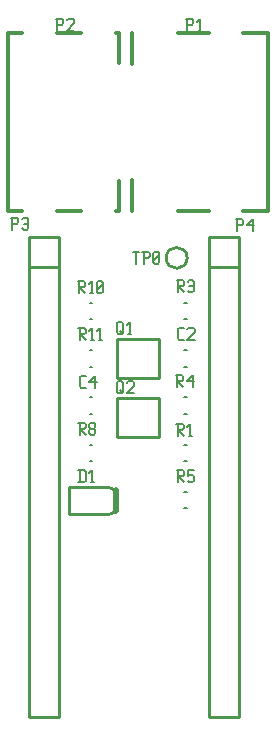
<source format=gbr>
G04 start of page 8 for group -4079 idx -4079 *
G04 Title: (unknown), topsilk *
G04 Creator: pcb 1.99z *
G04 CreationDate: Fri 24 Jun 2011 08:49:47 AM GMT UTC *
G04 For: russ *
G04 Format: Gerber/RS-274X *
G04 PCB-Dimensions: 86614 238188 *
G04 PCB-Coordinate-Origin: lower left *
%MOIN*%
%FSLAX25Y25*%
%LNTOPSILK*%
%ADD66C,0.0070*%
%ADD65C,0.0200*%
%ADD64C,0.0118*%
%ADD63C,0.0118*%
%ADD62C,0.0118*%
%ADD61C,0.0080*%
%ADD60C,0.0100*%
G54D60*X36147Y108738D02*X50047D01*
X36147D02*Y95938D01*
X50047D01*
Y108738D02*Y95938D01*
G54D61*X58665Y87772D02*X59451D01*
X58665Y93282D02*X59451D01*
X58665Y77534D02*X59451D01*
X58665Y72024D02*X59451D01*
G54D62*X78307Y230314D02*X86614D01*
G54D63*X56654D02*X66890D01*
X41299D02*Y220077D01*
Y181495D02*Y171259D01*
X56654D02*X66890D01*
X86614Y230314D02*Y171259D01*
X78307D02*X86614D01*
G54D64*X0Y230312D02*X4449D01*
X16260Y230313D02*X24134D01*
X16260Y171258D02*X24134D01*
X0Y230313D02*Y171257D01*
X4449D01*
X37008Y230313D02*Y220471D01*
X35945Y230313D02*X37008D01*
X35945Y171258D02*X37008D01*
Y181101D02*Y171258D01*
G54D61*X58665Y103520D02*X59451D01*
X58665Y109030D02*X59451D01*
X58665Y135016D02*X59451D01*
X58665Y140526D02*X59451D01*
X58665Y119268D02*X59451D01*
X58665Y124778D02*X59451D01*
G54D60*X36147Y128423D02*X50047D01*
X36147D02*Y115623D01*
X50047D01*
Y128423D02*Y115623D01*
X52602Y155511D02*G75*G03X52602Y155511I3500J0D01*G01*
X66811Y162479D02*Y2479D01*
X76811D01*
Y162479D01*
X66811D01*
Y152479D02*X76811D01*
Y162479D01*
G54D61*X27169Y93282D02*X27955D01*
X27169Y87772D02*X27955D01*
G54D65*X35862Y78279D02*Y71279D01*
G54D60*Y78279D02*X33362Y79279D01*
X20262D02*X33362D01*
X20262D02*Y70279D01*
X33362D01*
X35862Y71279D01*
G54D61*X27169Y109030D02*X27955D01*
X27169Y103520D02*X27955D01*
X27169Y124778D02*X27955D01*
X27169Y119268D02*X27955D01*
G54D60*X6811Y162479D02*Y2479D01*
X16811D01*
Y162479D01*
X6811D01*
Y152479D02*X16811D01*
Y162479D01*
G54D61*X27169Y140526D02*X27955D01*
X27169Y135016D02*X27955D01*
G54D66*X36179Y113962D02*Y110962D01*
Y113962D02*X36679Y114462D01*
X37679D01*
X38179Y113962D01*
Y110962D01*
X37679Y110462D02*X38179Y110962D01*
X36679Y110462D02*X37679D01*
X36179Y110962D02*X36679Y110462D01*
X37179Y111462D02*X38179Y110462D01*
X39380Y113962D02*X39880Y114462D01*
X41380D01*
X41880Y113962D01*
Y112962D01*
X39380Y110462D02*X41880Y112962D01*
X39380Y110462D02*X41880D01*
X55907Y100157D02*X57907D01*
X58407Y99657D01*
Y98657D01*
X57907Y98157D02*X58407Y98657D01*
X56407Y98157D02*X57907D01*
X56407Y100157D02*Y96157D01*
Y98157D02*X58407Y96157D01*
X60108D02*X61108D01*
X60608Y100157D02*Y96157D01*
X59608Y99157D02*X60608Y100157D01*
X56058Y84647D02*X58058D01*
X58558Y84147D01*
Y83147D01*
X58058Y82647D02*X58558Y83147D01*
X56558Y82647D02*X58058D01*
X56558Y84647D02*Y80647D01*
Y82647D02*X58558Y80647D01*
X59759Y84647D02*X61759D01*
X59759D02*Y82647D01*
X60259Y83147D01*
X61259D01*
X61759Y82647D01*
Y81147D01*
X61259Y80647D02*X61759Y81147D01*
X60259Y80647D02*X61259D01*
X59759Y81147D02*X60259Y80647D01*
X59555Y235217D02*Y231217D01*
X59055Y235217D02*X61055D01*
X61555Y234717D01*
Y233717D01*
X61055Y233217D02*X61555Y233717D01*
X59555Y233217D02*X61055D01*
X63256Y231217D02*X64256D01*
X63756Y235217D02*Y231217D01*
X62756Y234217D02*X63756Y235217D01*
X16248Y235219D02*Y231219D01*
X15748Y235219D02*X17748D01*
X18248Y234719D01*
Y233719D01*
X17748Y233219D02*X18248Y233719D01*
X16248Y233219D02*X17748D01*
X19449Y234719D02*X19949Y235219D01*
X21449D01*
X21949Y234719D01*
Y233719D01*
X19449Y231219D02*X21949Y233719D01*
X19449Y231219D02*X21949D01*
X55837Y116308D02*X57837D01*
X58337Y115808D01*
Y114808D01*
X57837Y114308D02*X58337Y114808D01*
X56337Y114308D02*X57837D01*
X56337Y116308D02*Y112308D01*
Y114308D02*X58337Y112308D01*
X59538Y114308D02*X61538Y116308D01*
X59538Y114308D02*X62038D01*
X61538Y116308D02*Y112308D01*
X56105Y148032D02*X58105D01*
X58605Y147532D01*
Y146532D01*
X58105Y146032D02*X58605Y146532D01*
X56605Y146032D02*X58105D01*
X56605Y148032D02*Y144032D01*
Y146032D02*X58605Y144032D01*
X59806Y147532D02*X60306Y148032D01*
X61306D01*
X61806Y147532D01*
Y144532D01*
X61306Y144032D02*X61806Y144532D01*
X60306Y144032D02*X61306D01*
X59806Y144532D02*X60306Y144032D01*
Y146032D02*X61806D01*
X56968Y128283D02*X58468D01*
X56468Y128783D02*X56968Y128283D01*
X56468Y131783D02*Y128783D01*
Y131783D02*X56968Y132283D01*
X58468D01*
X59669Y131783D02*X60169Y132283D01*
X61669D01*
X62169Y131783D01*
Y130783D01*
X59669Y128283D02*X62169Y130783D01*
X59669Y128283D02*X62169D01*
X36179Y133648D02*Y130648D01*
Y133648D02*X36679Y134148D01*
X37679D01*
X38179Y133648D01*
Y130648D01*
X37679Y130148D02*X38179Y130648D01*
X36679Y130148D02*X37679D01*
X36179Y130648D02*X36679Y130148D01*
X37179Y131148D02*X38179Y130148D01*
X39880D02*X40880D01*
X40380Y134148D02*Y130148D01*
X39380Y133148D02*X40380Y134148D01*
X41417Y157511D02*X43417D01*
X42417D02*Y153511D01*
X45118Y157511D02*Y153511D01*
X44618Y157511D02*X46618D01*
X47118Y157011D01*
Y156011D01*
X46618Y155511D02*X47118Y156011D01*
X45118Y155511D02*X46618D01*
X48319Y154011D02*X48819Y153511D01*
X48319Y157011D02*Y154011D01*
Y157011D02*X48819Y157511D01*
X49819D01*
X50319Y157011D01*
Y154011D01*
X49819Y153511D02*X50319Y154011D01*
X48819Y153511D02*X49819D01*
X48319Y154511D02*X50319Y156511D01*
X76213Y168465D02*Y164465D01*
X75713Y168465D02*X77713D01*
X78213Y167965D01*
Y166965D01*
X77713Y166465D02*X78213Y166965D01*
X76213Y166465D02*X77713D01*
X79414D02*X81414Y168465D01*
X79414Y166465D02*X81914D01*
X81414Y168465D02*Y164465D01*
X23230Y100551D02*X25230D01*
X25730Y100051D01*
Y99051D01*
X25230Y98551D02*X25730Y99051D01*
X23730Y98551D02*X25230D01*
X23730Y100551D02*Y96551D01*
Y98551D02*X25730Y96551D01*
X26931Y97051D02*X27431Y96551D01*
X26931Y98051D02*Y97051D01*
Y98051D02*X27431Y98551D01*
X28431D01*
X28931Y98051D01*
Y97051D01*
X28431Y96551D02*X28931Y97051D01*
X27431Y96551D02*X28431D01*
X26931Y99051D02*X27431Y98551D01*
X26931Y100051D02*Y99051D01*
Y100051D02*X27431Y100551D01*
X28431D01*
X28931Y100051D01*
Y99051D01*
X28431Y98551D02*X28931Y99051D01*
X23730Y84654D02*Y80654D01*
X25230Y84654D02*X25730Y84154D01*
Y81154D01*
X25230Y80654D02*X25730Y81154D01*
X23230Y80654D02*X25230D01*
X23230Y84654D02*X25230D01*
X27431Y80654D02*X28431D01*
X27931Y84654D02*Y80654D01*
X26931Y83654D02*X27931Y84654D01*
X24291Y112142D02*X25791D01*
X23791Y112642D02*X24291Y112142D01*
X23791Y115642D02*Y112642D01*
Y115642D02*X24291Y116142D01*
X25791D01*
X26992Y114142D02*X28992Y116142D01*
X26992Y114142D02*X29492D01*
X28992Y116142D02*Y112142D01*
X23138Y147638D02*X25138D01*
X25638Y147138D01*
Y146138D01*
X25138Y145638D02*X25638Y146138D01*
X23638Y145638D02*X25138D01*
X23638Y147638D02*Y143638D01*
Y145638D02*X25638Y143638D01*
X27339D02*X28339D01*
X27839Y147638D02*Y143638D01*
X26839Y146638D02*X27839Y147638D01*
X29540Y144138D02*X30040Y143638D01*
X29540Y147138D02*Y144138D01*
Y147138D02*X30040Y147638D01*
X31040D01*
X31540Y147138D01*
Y144138D01*
X31040Y143638D02*X31540Y144138D01*
X30040Y143638D02*X31040D01*
X29540Y144638D02*X31540Y146638D01*
X23231Y132048D02*X25231D01*
X25731Y131548D01*
Y130548D01*
X25231Y130048D02*X25731Y130548D01*
X23731Y130048D02*X25231D01*
X23731Y132048D02*Y128048D01*
Y130048D02*X25731Y128048D01*
X27432D02*X28432D01*
X27932Y132048D02*Y128048D01*
X26932Y131048D02*X27932Y132048D01*
X30133Y128048D02*X31133D01*
X30633Y132048D02*Y128048D01*
X29633Y131048D02*X30633Y132048D01*
X1367Y168903D02*Y164903D01*
X867Y168903D02*X2867D01*
X3367Y168403D01*
Y167403D01*
X2867Y166903D02*X3367Y167403D01*
X1367Y166903D02*X2867D01*
X4568Y168403D02*X5068Y168903D01*
X6068D01*
X6568Y168403D01*
Y165403D01*
X6068Y164903D02*X6568Y165403D01*
X5068Y164903D02*X6068D01*
X4568Y165403D02*X5068Y164903D01*
Y166903D02*X6568D01*
M02*

</source>
